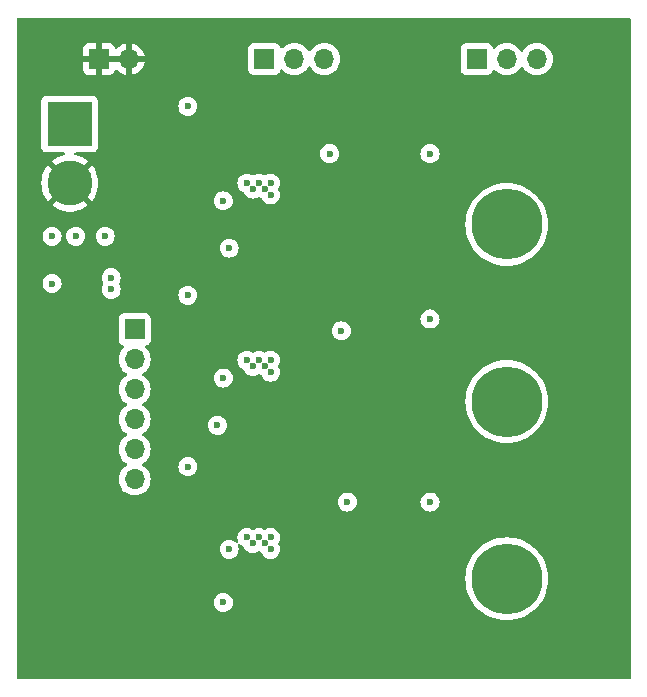
<source format=gbr>
%TF.GenerationSoftware,KiCad,Pcbnew,8.0.2*%
%TF.CreationDate,2024-06-01T20:14:58-04:00*%
%TF.ProjectId,small_compliant_drive,736d616c-6c5f-4636-9f6d-706c69616e74,rev?*%
%TF.SameCoordinates,Original*%
%TF.FileFunction,Copper,L2,Inr*%
%TF.FilePolarity,Positive*%
%FSLAX46Y46*%
G04 Gerber Fmt 4.6, Leading zero omitted, Abs format (unit mm)*
G04 Created by KiCad (PCBNEW 8.0.2) date 2024-06-01 20:14:58*
%MOMM*%
%LPD*%
G01*
G04 APERTURE LIST*
%TA.AperFunction,ComponentPad*%
%ADD10R,3.800000X3.800000*%
%TD*%
%TA.AperFunction,ComponentPad*%
%ADD11C,3.800000*%
%TD*%
%TA.AperFunction,ComponentPad*%
%ADD12C,6.000000*%
%TD*%
%TA.AperFunction,ComponentPad*%
%ADD13O,1.700000X1.700000*%
%TD*%
%TA.AperFunction,ComponentPad*%
%ADD14R,1.700000X1.700000*%
%TD*%
%TA.AperFunction,ViaPad*%
%ADD15C,0.600000*%
%TD*%
%TA.AperFunction,Conductor*%
%ADD16C,0.200000*%
%TD*%
G04 APERTURE END LIST*
D10*
%TO.N,Vbat*%
%TO.C,J4-Vbat*%
X155000000Y-46500000D03*
D11*
%TO.N,Common*%
X155000000Y-51500000D03*
%TD*%
D12*
%TO.N,VsensC*%
%TO.C,H3*%
X192000000Y-85000000D03*
%TD*%
%TO.N,VsensB*%
%TO.C,H2*%
X192000000Y-70000000D03*
%TD*%
%TO.N,VsensA*%
%TO.C,H1*%
X192000000Y-55000000D03*
%TD*%
D13*
%TO.N,Ic*%
%TO.C,J1*%
X176555000Y-40975000D03*
%TO.N,Ib*%
X174015000Y-40975000D03*
D14*
%TO.N,Ia*%
X171475000Y-40975000D03*
%TD*%
D13*
%TO.N,PHASE_C_LOW*%
%TO.C,J2*%
X160500000Y-76580000D03*
%TO.N,PHASE_C_HIGH*%
X160500000Y-74040000D03*
%TO.N,PHASE_B_LOW*%
X160500000Y-71500000D03*
%TO.N,PHASE_B_HIGH*%
X160500000Y-68960000D03*
%TO.N,PHASE_A_LOW*%
X160500000Y-66420000D03*
D14*
%TO.N,PHASE_A_HIGH*%
X160500000Y-63880000D03*
%TD*%
%TO.N,VsensA*%
%TO.C,J3*%
X189460000Y-41000000D03*
D13*
%TO.N,VsensB*%
X192000000Y-41000000D03*
%TO.N,VsensC*%
X194540000Y-41000000D03*
%TD*%
D14*
%TO.N,Common*%
%TO.C,J5*%
X157460000Y-41000000D03*
D13*
X160000000Y-41000000D03*
%TD*%
D15*
%TO.N,3.3V*%
X165000000Y-75500000D03*
X158500000Y-60500000D03*
X158500000Y-59500000D03*
X165000000Y-45000000D03*
X165000000Y-61000000D03*
%TO.N,Vbat*%
X158000000Y-56000000D03*
X155500000Y-56000000D03*
X153500000Y-56000000D03*
%TO.N,Common*%
X156500000Y-59000000D03*
X155500000Y-59000000D03*
X155500000Y-58000000D03*
X156500000Y-58000000D03*
%TO.N,Vref*%
X185500000Y-63000000D03*
X185500000Y-78500000D03*
X185500000Y-49000000D03*
%TO.N,Common*%
X188500000Y-46500000D03*
%TO.N,Vbat*%
X153500000Y-60000000D03*
%TO.N,PHASE_C_LOW*%
X168000000Y-87000000D03*
%TO.N,PHASE_C_HIGH*%
X168500000Y-82500000D03*
%TO.N,PHASE_B_LOW*%
X167500000Y-72000000D03*
%TO.N,PHASE_B_HIGH*%
X168000000Y-68000000D03*
%TO.N,Common*%
X171000000Y-88500000D03*
X170000000Y-88500000D03*
X171500000Y-88000000D03*
X170500000Y-88000000D03*
X172000000Y-87500000D03*
X172000000Y-88500000D03*
%TO.N,Vbat*%
X170000000Y-81500000D03*
X171000000Y-81500000D03*
X171500000Y-82000000D03*
X170500000Y-82000000D03*
X172000000Y-81500000D03*
X172000000Y-82500000D03*
%TO.N,Common*%
X172000000Y-72500000D03*
X172000000Y-73500000D03*
X171000000Y-73500000D03*
X170000000Y-73500000D03*
X170500000Y-73000000D03*
X171500000Y-73000000D03*
%TO.N,Vbat*%
X172000000Y-67500000D03*
X170500000Y-67000000D03*
X171500000Y-67000000D03*
X172000000Y-66500000D03*
X171000000Y-66500000D03*
X170000000Y-66500000D03*
%TO.N,Common*%
X170500000Y-58000000D03*
X171500000Y-58000000D03*
%TO.N,Vbat*%
X172000000Y-52500000D03*
X171500000Y-52000000D03*
X170500000Y-52000000D03*
%TO.N,Common*%
X172000000Y-57500000D03*
X172000000Y-58500000D03*
X171000000Y-58500000D03*
X170000000Y-58500000D03*
%TO.N,PHASE_A_LOW*%
X168500000Y-57000000D03*
%TO.N,Vbat*%
X170000000Y-51500000D03*
%TO.N,PHASE_A_HIGH*%
X168000000Y-53000000D03*
%TO.N,Vbat*%
X172000000Y-51500000D03*
X171000000Y-51500000D03*
%TO.N,Common*%
X180000000Y-77000000D03*
X180000000Y-62000000D03*
X180000000Y-47000000D03*
%TO.N,Ic*%
X178500000Y-78500000D03*
%TO.N,Ia*%
X177000000Y-49000000D03*
%TO.N,Ib*%
X178000000Y-64000000D03*
%TD*%
D16*
%TO.N,VsensA*%
X189460000Y-41000000D02*
X189500000Y-41000000D01*
%TD*%
%TA.AperFunction,Conductor*%
%TO.N,Common*%
G36*
X159534075Y-40807007D02*
G01*
X159500000Y-40934174D01*
X159500000Y-41065826D01*
X159534075Y-41192993D01*
X159566988Y-41250000D01*
X157893012Y-41250000D01*
X157925925Y-41192993D01*
X157960000Y-41065826D01*
X157960000Y-40934174D01*
X157925925Y-40807007D01*
X157893012Y-40750000D01*
X159566988Y-40750000D01*
X159534075Y-40807007D01*
G37*
%TD.AperFunction*%
%TA.AperFunction,Conductor*%
G36*
X202443039Y-37519685D02*
G01*
X202488794Y-37572489D01*
X202500000Y-37624000D01*
X202500000Y-93376000D01*
X202480315Y-93443039D01*
X202427511Y-93488794D01*
X202376000Y-93500000D01*
X150624000Y-93500000D01*
X150556961Y-93480315D01*
X150511206Y-93427511D01*
X150500000Y-93376000D01*
X150500000Y-86999996D01*
X167194435Y-86999996D01*
X167194435Y-87000003D01*
X167214630Y-87179249D01*
X167214631Y-87179254D01*
X167274211Y-87349523D01*
X167370184Y-87502262D01*
X167497738Y-87629816D01*
X167650478Y-87725789D01*
X167820745Y-87785368D01*
X167820750Y-87785369D01*
X167999996Y-87805565D01*
X168000000Y-87805565D01*
X168000004Y-87805565D01*
X168179249Y-87785369D01*
X168179252Y-87785368D01*
X168179255Y-87785368D01*
X168349522Y-87725789D01*
X168502262Y-87629816D01*
X168629816Y-87502262D01*
X168725789Y-87349522D01*
X168785368Y-87179255D01*
X168785369Y-87179249D01*
X168805565Y-87000003D01*
X168805565Y-86999996D01*
X168785369Y-86820750D01*
X168785368Y-86820745D01*
X168725788Y-86650476D01*
X168629815Y-86497737D01*
X168502262Y-86370184D01*
X168349523Y-86274211D01*
X168179254Y-86214631D01*
X168179249Y-86214630D01*
X168000004Y-86194435D01*
X167999996Y-86194435D01*
X167820750Y-86214630D01*
X167820745Y-86214631D01*
X167650476Y-86274211D01*
X167497737Y-86370184D01*
X167370184Y-86497737D01*
X167274211Y-86650476D01*
X167214631Y-86820745D01*
X167214630Y-86820750D01*
X167194435Y-86999996D01*
X150500000Y-86999996D01*
X150500000Y-84999999D01*
X188494696Y-84999999D01*
X188494696Y-85000000D01*
X188513898Y-85366405D01*
X188571294Y-85728788D01*
X188571294Y-85728790D01*
X188666260Y-86083206D01*
X188797746Y-86425739D01*
X188964320Y-86752656D01*
X189164147Y-87060364D01*
X189260423Y-87179255D01*
X189395051Y-87345506D01*
X189654494Y-87604949D01*
X189654498Y-87604952D01*
X189939635Y-87835852D01*
X190247343Y-88035679D01*
X190247348Y-88035682D01*
X190574264Y-88202255D01*
X190916801Y-88333742D01*
X191271206Y-88428705D01*
X191633596Y-88486102D01*
X191979734Y-88504241D01*
X191999999Y-88505304D01*
X192000000Y-88505304D01*
X192000001Y-88505304D01*
X192019203Y-88504297D01*
X192366404Y-88486102D01*
X192728794Y-88428705D01*
X193083199Y-88333742D01*
X193425736Y-88202255D01*
X193752652Y-88035682D01*
X194060366Y-87835851D01*
X194345506Y-87604949D01*
X194604949Y-87345506D01*
X194835851Y-87060366D01*
X195035682Y-86752652D01*
X195202255Y-86425736D01*
X195333742Y-86083199D01*
X195428705Y-85728794D01*
X195486102Y-85366404D01*
X195505304Y-85000000D01*
X195486102Y-84633596D01*
X195428705Y-84271206D01*
X195333742Y-83916801D01*
X195202255Y-83574264D01*
X195035682Y-83247348D01*
X195035679Y-83247343D01*
X194835852Y-82939635D01*
X194672683Y-82738139D01*
X194604949Y-82654494D01*
X194345506Y-82395051D01*
X194151736Y-82238139D01*
X194060364Y-82164147D01*
X193752656Y-81964320D01*
X193425739Y-81797746D01*
X193083206Y-81666260D01*
X193083199Y-81666258D01*
X192728794Y-81571295D01*
X192728790Y-81571294D01*
X192728789Y-81571294D01*
X192366405Y-81513898D01*
X192000001Y-81494696D01*
X191999999Y-81494696D01*
X191633594Y-81513898D01*
X191271211Y-81571294D01*
X191271209Y-81571294D01*
X190916793Y-81666260D01*
X190574260Y-81797746D01*
X190247343Y-81964320D01*
X189939635Y-82164147D01*
X189654498Y-82395047D01*
X189654490Y-82395054D01*
X189395054Y-82654490D01*
X189395047Y-82654498D01*
X189164147Y-82939635D01*
X188964320Y-83247343D01*
X188797746Y-83574260D01*
X188666260Y-83916793D01*
X188571294Y-84271209D01*
X188571294Y-84271211D01*
X188513898Y-84633594D01*
X188494696Y-84999999D01*
X150500000Y-84999999D01*
X150500000Y-82499996D01*
X167694435Y-82499996D01*
X167694435Y-82500003D01*
X167714630Y-82679249D01*
X167714631Y-82679254D01*
X167774211Y-82849523D01*
X167774212Y-82849524D01*
X167870184Y-83002262D01*
X167997738Y-83129816D01*
X168150478Y-83225789D01*
X168320745Y-83285368D01*
X168320750Y-83285369D01*
X168499996Y-83305565D01*
X168500000Y-83305565D01*
X168500004Y-83305565D01*
X168679249Y-83285369D01*
X168679252Y-83285368D01*
X168679255Y-83285368D01*
X168849522Y-83225789D01*
X169002262Y-83129816D01*
X169129816Y-83002262D01*
X169225789Y-82849522D01*
X169285368Y-82679255D01*
X169286108Y-82672691D01*
X169305565Y-82500003D01*
X169305565Y-82499996D01*
X169285369Y-82320750D01*
X169285368Y-82320745D01*
X169247722Y-82213159D01*
X169244161Y-82143380D01*
X169278890Y-82082752D01*
X169340883Y-82050525D01*
X169410458Y-82056930D01*
X169452445Y-82084523D01*
X169497738Y-82129816D01*
X169552379Y-82164149D01*
X169650479Y-82225790D01*
X169685772Y-82238139D01*
X169742549Y-82278860D01*
X169761860Y-82314225D01*
X169774211Y-82349523D01*
X169774212Y-82349524D01*
X169870184Y-82502262D01*
X169997738Y-82629816D01*
X170150478Y-82725789D01*
X170302146Y-82778860D01*
X170320745Y-82785368D01*
X170320750Y-82785369D01*
X170499996Y-82805565D01*
X170500000Y-82805565D01*
X170500004Y-82805565D01*
X170679249Y-82785369D01*
X170679252Y-82785368D01*
X170679255Y-82785368D01*
X170849522Y-82725789D01*
X170923581Y-82679255D01*
X170934027Y-82672691D01*
X171001264Y-82653690D01*
X171065973Y-82672691D01*
X171150477Y-82725789D01*
X171185772Y-82738139D01*
X171242549Y-82778860D01*
X171261860Y-82814225D01*
X171274211Y-82849523D01*
X171274212Y-82849524D01*
X171370184Y-83002262D01*
X171497738Y-83129816D01*
X171650478Y-83225789D01*
X171820745Y-83285368D01*
X171820750Y-83285369D01*
X171999996Y-83305565D01*
X172000000Y-83305565D01*
X172000004Y-83305565D01*
X172179249Y-83285369D01*
X172179252Y-83285368D01*
X172179255Y-83285368D01*
X172349522Y-83225789D01*
X172502262Y-83129816D01*
X172629816Y-83002262D01*
X172725789Y-82849522D01*
X172785368Y-82679255D01*
X172786108Y-82672691D01*
X172805565Y-82500003D01*
X172805565Y-82499996D01*
X172785369Y-82320750D01*
X172785368Y-82320745D01*
X172725788Y-82150475D01*
X172672691Y-82065973D01*
X172653690Y-81998736D01*
X172672691Y-81934027D01*
X172725788Y-81849524D01*
X172743906Y-81797746D01*
X172785368Y-81679255D01*
X172786832Y-81666260D01*
X172805565Y-81500003D01*
X172805565Y-81499996D01*
X172785369Y-81320750D01*
X172785368Y-81320745D01*
X172725788Y-81150476D01*
X172629815Y-80997737D01*
X172502262Y-80870184D01*
X172349523Y-80774211D01*
X172179254Y-80714631D01*
X172179249Y-80714630D01*
X172000004Y-80694435D01*
X171999996Y-80694435D01*
X171820750Y-80714630D01*
X171820737Y-80714633D01*
X171650479Y-80774209D01*
X171565971Y-80827309D01*
X171498734Y-80846309D01*
X171434029Y-80827309D01*
X171349520Y-80774209D01*
X171179262Y-80714633D01*
X171179249Y-80714630D01*
X171000004Y-80694435D01*
X170999996Y-80694435D01*
X170820750Y-80714630D01*
X170820737Y-80714633D01*
X170650479Y-80774209D01*
X170565971Y-80827309D01*
X170498734Y-80846309D01*
X170434029Y-80827309D01*
X170349520Y-80774209D01*
X170179262Y-80714633D01*
X170179249Y-80714630D01*
X170000004Y-80694435D01*
X169999996Y-80694435D01*
X169820750Y-80714630D01*
X169820745Y-80714631D01*
X169650476Y-80774211D01*
X169497737Y-80870184D01*
X169370184Y-80997737D01*
X169274211Y-81150476D01*
X169214631Y-81320745D01*
X169214630Y-81320750D01*
X169194435Y-81499996D01*
X169194435Y-81500003D01*
X169214630Y-81679249D01*
X169214632Y-81679257D01*
X169252277Y-81786841D01*
X169255838Y-81856620D01*
X169221109Y-81917247D01*
X169159115Y-81949474D01*
X169089540Y-81943068D01*
X169047554Y-81915476D01*
X169002262Y-81870184D01*
X168849523Y-81774211D01*
X168679254Y-81714631D01*
X168679249Y-81714630D01*
X168500004Y-81694435D01*
X168499996Y-81694435D01*
X168320750Y-81714630D01*
X168320745Y-81714631D01*
X168150476Y-81774211D01*
X167997737Y-81870184D01*
X167870184Y-81997737D01*
X167774211Y-82150476D01*
X167714631Y-82320745D01*
X167714630Y-82320750D01*
X167694435Y-82499996D01*
X150500000Y-82499996D01*
X150500000Y-78499996D01*
X177694435Y-78499996D01*
X177694435Y-78500003D01*
X177714630Y-78679249D01*
X177714631Y-78679254D01*
X177774211Y-78849523D01*
X177870184Y-79002262D01*
X177997738Y-79129816D01*
X178150478Y-79225789D01*
X178320745Y-79285368D01*
X178320750Y-79285369D01*
X178499996Y-79305565D01*
X178500000Y-79305565D01*
X178500004Y-79305565D01*
X178679249Y-79285369D01*
X178679252Y-79285368D01*
X178679255Y-79285368D01*
X178849522Y-79225789D01*
X179002262Y-79129816D01*
X179129816Y-79002262D01*
X179225789Y-78849522D01*
X179285368Y-78679255D01*
X179305565Y-78500000D01*
X179305565Y-78499996D01*
X184694435Y-78499996D01*
X184694435Y-78500003D01*
X184714630Y-78679249D01*
X184714631Y-78679254D01*
X184774211Y-78849523D01*
X184870184Y-79002262D01*
X184997738Y-79129816D01*
X185150478Y-79225789D01*
X185320745Y-79285368D01*
X185320750Y-79285369D01*
X185499996Y-79305565D01*
X185500000Y-79305565D01*
X185500004Y-79305565D01*
X185679249Y-79285369D01*
X185679252Y-79285368D01*
X185679255Y-79285368D01*
X185849522Y-79225789D01*
X186002262Y-79129816D01*
X186129816Y-79002262D01*
X186225789Y-78849522D01*
X186285368Y-78679255D01*
X186305565Y-78500000D01*
X186285368Y-78320745D01*
X186225789Y-78150478D01*
X186129816Y-77997738D01*
X186002262Y-77870184D01*
X185976348Y-77853901D01*
X185849523Y-77774211D01*
X185679254Y-77714631D01*
X185679249Y-77714630D01*
X185500004Y-77694435D01*
X185499996Y-77694435D01*
X185320750Y-77714630D01*
X185320745Y-77714631D01*
X185150476Y-77774211D01*
X184997737Y-77870184D01*
X184870184Y-77997737D01*
X184774211Y-78150476D01*
X184714631Y-78320745D01*
X184714630Y-78320750D01*
X184694435Y-78499996D01*
X179305565Y-78499996D01*
X179285368Y-78320745D01*
X179225789Y-78150478D01*
X179129816Y-77997738D01*
X179002262Y-77870184D01*
X178976348Y-77853901D01*
X178849523Y-77774211D01*
X178679254Y-77714631D01*
X178679249Y-77714630D01*
X178500004Y-77694435D01*
X178499996Y-77694435D01*
X178320750Y-77714630D01*
X178320745Y-77714631D01*
X178150476Y-77774211D01*
X177997737Y-77870184D01*
X177870184Y-77997737D01*
X177774211Y-78150476D01*
X177714631Y-78320745D01*
X177714630Y-78320750D01*
X177694435Y-78499996D01*
X150500000Y-78499996D01*
X150500000Y-66419999D01*
X159144341Y-66419999D01*
X159144341Y-66420000D01*
X159164936Y-66655403D01*
X159164938Y-66655413D01*
X159226094Y-66883655D01*
X159226096Y-66883659D01*
X159226097Y-66883663D01*
X159263707Y-66964318D01*
X159325965Y-67097830D01*
X159325967Y-67097834D01*
X159434281Y-67252521D01*
X159449468Y-67274211D01*
X159461501Y-67291395D01*
X159461506Y-67291402D01*
X159628597Y-67458493D01*
X159628603Y-67458498D01*
X159814158Y-67588425D01*
X159857783Y-67643002D01*
X159864977Y-67712500D01*
X159833454Y-67774855D01*
X159814158Y-67791575D01*
X159628597Y-67921505D01*
X159461505Y-68088597D01*
X159325965Y-68282169D01*
X159325964Y-68282171D01*
X159226098Y-68496335D01*
X159226094Y-68496344D01*
X159164938Y-68724586D01*
X159164936Y-68724596D01*
X159144341Y-68959999D01*
X159144341Y-68960000D01*
X159164936Y-69195403D01*
X159164938Y-69195413D01*
X159226094Y-69423655D01*
X159226096Y-69423659D01*
X159226097Y-69423663D01*
X159323990Y-69633594D01*
X159325965Y-69637830D01*
X159325967Y-69637834D01*
X159461501Y-69831395D01*
X159461506Y-69831402D01*
X159628597Y-69998493D01*
X159628603Y-69998498D01*
X159814158Y-70128425D01*
X159857783Y-70183002D01*
X159864977Y-70252500D01*
X159833454Y-70314855D01*
X159814158Y-70331575D01*
X159628597Y-70461505D01*
X159461505Y-70628597D01*
X159325965Y-70822169D01*
X159325964Y-70822171D01*
X159226098Y-71036335D01*
X159226094Y-71036344D01*
X159164938Y-71264586D01*
X159164936Y-71264596D01*
X159144341Y-71499999D01*
X159144341Y-71500000D01*
X159164936Y-71735403D01*
X159164938Y-71735413D01*
X159226094Y-71963655D01*
X159226096Y-71963659D01*
X159226097Y-71963663D01*
X159325965Y-72177830D01*
X159325967Y-72177834D01*
X159461501Y-72371395D01*
X159461506Y-72371402D01*
X159628597Y-72538493D01*
X159628603Y-72538498D01*
X159814158Y-72668425D01*
X159857783Y-72723002D01*
X159864977Y-72792500D01*
X159833454Y-72854855D01*
X159814158Y-72871575D01*
X159628597Y-73001505D01*
X159461505Y-73168597D01*
X159325965Y-73362169D01*
X159325964Y-73362171D01*
X159226098Y-73576335D01*
X159226094Y-73576344D01*
X159164938Y-73804586D01*
X159164936Y-73804596D01*
X159144341Y-74039999D01*
X159144341Y-74040000D01*
X159164936Y-74275403D01*
X159164938Y-74275413D01*
X159226094Y-74503655D01*
X159226096Y-74503659D01*
X159226097Y-74503663D01*
X159315056Y-74694435D01*
X159325965Y-74717830D01*
X159325967Y-74717834D01*
X159461501Y-74911395D01*
X159461506Y-74911402D01*
X159628597Y-75078493D01*
X159628603Y-75078498D01*
X159814158Y-75208425D01*
X159857783Y-75263002D01*
X159864977Y-75332500D01*
X159833454Y-75394855D01*
X159814158Y-75411575D01*
X159628597Y-75541505D01*
X159461505Y-75708597D01*
X159325965Y-75902169D01*
X159325964Y-75902171D01*
X159226098Y-76116335D01*
X159226094Y-76116344D01*
X159164938Y-76344586D01*
X159164936Y-76344596D01*
X159144341Y-76579999D01*
X159144341Y-76580000D01*
X159164936Y-76815403D01*
X159164938Y-76815413D01*
X159226094Y-77043655D01*
X159226096Y-77043659D01*
X159226097Y-77043663D01*
X159325965Y-77257830D01*
X159325967Y-77257834D01*
X159434281Y-77412521D01*
X159461505Y-77451401D01*
X159628599Y-77618495D01*
X159725384Y-77686265D01*
X159822165Y-77754032D01*
X159822167Y-77754033D01*
X159822170Y-77754035D01*
X160036337Y-77853903D01*
X160264592Y-77915063D01*
X160452918Y-77931539D01*
X160499999Y-77935659D01*
X160500000Y-77935659D01*
X160500001Y-77935659D01*
X160539234Y-77932226D01*
X160735408Y-77915063D01*
X160963663Y-77853903D01*
X161177830Y-77754035D01*
X161371401Y-77618495D01*
X161538495Y-77451401D01*
X161674035Y-77257830D01*
X161773903Y-77043663D01*
X161835063Y-76815408D01*
X161855659Y-76580000D01*
X161835063Y-76344592D01*
X161773903Y-76116337D01*
X161674035Y-75902171D01*
X161538495Y-75708599D01*
X161538494Y-75708597D01*
X161371402Y-75541506D01*
X161371396Y-75541501D01*
X161312121Y-75499996D01*
X164194435Y-75499996D01*
X164194435Y-75500003D01*
X164214630Y-75679249D01*
X164214631Y-75679254D01*
X164274211Y-75849523D01*
X164370184Y-76002262D01*
X164497738Y-76129816D01*
X164650478Y-76225789D01*
X164820745Y-76285368D01*
X164820750Y-76285369D01*
X164999996Y-76305565D01*
X165000000Y-76305565D01*
X165000004Y-76305565D01*
X165179249Y-76285369D01*
X165179252Y-76285368D01*
X165179255Y-76285368D01*
X165349522Y-76225789D01*
X165502262Y-76129816D01*
X165629816Y-76002262D01*
X165725789Y-75849522D01*
X165785368Y-75679255D01*
X165785369Y-75679249D01*
X165805565Y-75500003D01*
X165805565Y-75499996D01*
X165785369Y-75320750D01*
X165785368Y-75320745D01*
X165751916Y-75225145D01*
X165725789Y-75150478D01*
X165629816Y-74997738D01*
X165502262Y-74870184D01*
X165349523Y-74774211D01*
X165179254Y-74714631D01*
X165179249Y-74714630D01*
X165000004Y-74694435D01*
X164999996Y-74694435D01*
X164820750Y-74714630D01*
X164820745Y-74714631D01*
X164650476Y-74774211D01*
X164497737Y-74870184D01*
X164370184Y-74997737D01*
X164274211Y-75150476D01*
X164214631Y-75320745D01*
X164214630Y-75320750D01*
X164194435Y-75499996D01*
X161312121Y-75499996D01*
X161185842Y-75411575D01*
X161142217Y-75356998D01*
X161135023Y-75287500D01*
X161166546Y-75225145D01*
X161185842Y-75208425D01*
X161208026Y-75192891D01*
X161371401Y-75078495D01*
X161538495Y-74911401D01*
X161674035Y-74717830D01*
X161773903Y-74503663D01*
X161835063Y-74275408D01*
X161855659Y-74040000D01*
X161835063Y-73804592D01*
X161773903Y-73576337D01*
X161674035Y-73362171D01*
X161538495Y-73168599D01*
X161538494Y-73168597D01*
X161371402Y-73001506D01*
X161371396Y-73001501D01*
X161185842Y-72871575D01*
X161142217Y-72816998D01*
X161135023Y-72747500D01*
X161166546Y-72685145D01*
X161185842Y-72668425D01*
X161240983Y-72629815D01*
X161371401Y-72538495D01*
X161538495Y-72371401D01*
X161674035Y-72177830D01*
X161756961Y-71999996D01*
X166694435Y-71999996D01*
X166694435Y-72000003D01*
X166714630Y-72179249D01*
X166714631Y-72179254D01*
X166774211Y-72349523D01*
X166787959Y-72371402D01*
X166870184Y-72502262D01*
X166997738Y-72629816D01*
X167059184Y-72668425D01*
X167146042Y-72723002D01*
X167150478Y-72725789D01*
X167276826Y-72770000D01*
X167320745Y-72785368D01*
X167320750Y-72785369D01*
X167499996Y-72805565D01*
X167500000Y-72805565D01*
X167500004Y-72805565D01*
X167679249Y-72785369D01*
X167679252Y-72785368D01*
X167679255Y-72785368D01*
X167849522Y-72725789D01*
X168002262Y-72629816D01*
X168129816Y-72502262D01*
X168225789Y-72349522D01*
X168285368Y-72179255D01*
X168285529Y-72177830D01*
X168305565Y-72000003D01*
X168305565Y-71999996D01*
X168285369Y-71820750D01*
X168285368Y-71820745D01*
X168255507Y-71735408D01*
X168225789Y-71650478D01*
X168129816Y-71497738D01*
X168002262Y-71370184D01*
X167849523Y-71274211D01*
X167679254Y-71214631D01*
X167679249Y-71214630D01*
X167500004Y-71194435D01*
X167499996Y-71194435D01*
X167320750Y-71214630D01*
X167320745Y-71214631D01*
X167150476Y-71274211D01*
X166997737Y-71370184D01*
X166870184Y-71497737D01*
X166774211Y-71650476D01*
X166714631Y-71820745D01*
X166714630Y-71820750D01*
X166694435Y-71999996D01*
X161756961Y-71999996D01*
X161773903Y-71963663D01*
X161835063Y-71735408D01*
X161855659Y-71500000D01*
X161835063Y-71264592D01*
X161786461Y-71083206D01*
X161773905Y-71036344D01*
X161773904Y-71036343D01*
X161773903Y-71036337D01*
X161674035Y-70822171D01*
X161608650Y-70728790D01*
X161538494Y-70628597D01*
X161371402Y-70461506D01*
X161371396Y-70461501D01*
X161185842Y-70331575D01*
X161142217Y-70276998D01*
X161135023Y-70207500D01*
X161166546Y-70145145D01*
X161185842Y-70128425D01*
X161208026Y-70112891D01*
X161369253Y-69999999D01*
X188494696Y-69999999D01*
X188494696Y-70000000D01*
X188513898Y-70366405D01*
X188528961Y-70461506D01*
X188571295Y-70728794D01*
X188596315Y-70822171D01*
X188666260Y-71083206D01*
X188797746Y-71425739D01*
X188964320Y-71752656D01*
X189164147Y-72060364D01*
X189260423Y-72179255D01*
X189395051Y-72345506D01*
X189654494Y-72604949D01*
X189654498Y-72604952D01*
X189939635Y-72835852D01*
X190194721Y-73001506D01*
X190247348Y-73035682D01*
X190574264Y-73202255D01*
X190916801Y-73333742D01*
X191271206Y-73428705D01*
X191633596Y-73486102D01*
X191979734Y-73504241D01*
X191999999Y-73505304D01*
X192000000Y-73505304D01*
X192000001Y-73505304D01*
X192019203Y-73504297D01*
X192366404Y-73486102D01*
X192728794Y-73428705D01*
X193083199Y-73333742D01*
X193425736Y-73202255D01*
X193752652Y-73035682D01*
X194060366Y-72835851D01*
X194345506Y-72604949D01*
X194604949Y-72345506D01*
X194835851Y-72060366D01*
X195035682Y-71752652D01*
X195202255Y-71425736D01*
X195333742Y-71083199D01*
X195428705Y-70728794D01*
X195486102Y-70366404D01*
X195505304Y-70000000D01*
X195486102Y-69633596D01*
X195428705Y-69271206D01*
X195333742Y-68916801D01*
X195202255Y-68574264D01*
X195035682Y-68247348D01*
X195035679Y-68247343D01*
X194835852Y-67939635D01*
X194671759Y-67736998D01*
X194604949Y-67654494D01*
X194345506Y-67395051D01*
X194151736Y-67238139D01*
X194060364Y-67164147D01*
X193752656Y-66964320D01*
X193425739Y-66797746D01*
X193083206Y-66666260D01*
X193042706Y-66655408D01*
X192728794Y-66571295D01*
X192728790Y-66571294D01*
X192728789Y-66571294D01*
X192366405Y-66513898D01*
X192000001Y-66494696D01*
X191999999Y-66494696D01*
X191633594Y-66513898D01*
X191271211Y-66571294D01*
X191271209Y-66571294D01*
X190916793Y-66666260D01*
X190574260Y-66797746D01*
X190247343Y-66964320D01*
X189939635Y-67164147D01*
X189654498Y-67395047D01*
X189654490Y-67395054D01*
X189395054Y-67654490D01*
X189395047Y-67654498D01*
X189164147Y-67939635D01*
X188964320Y-68247343D01*
X188797746Y-68574260D01*
X188666260Y-68916793D01*
X188571294Y-69271209D01*
X188571294Y-69271211D01*
X188513898Y-69633594D01*
X188494696Y-69999999D01*
X161369253Y-69999999D01*
X161371401Y-69998495D01*
X161538495Y-69831401D01*
X161674035Y-69637830D01*
X161773903Y-69423663D01*
X161835063Y-69195408D01*
X161855659Y-68960000D01*
X161835063Y-68724592D01*
X161773903Y-68496337D01*
X161674035Y-68282171D01*
X161649649Y-68247343D01*
X161538494Y-68088597D01*
X161449892Y-67999996D01*
X167194435Y-67999996D01*
X167194435Y-68000003D01*
X167214630Y-68179249D01*
X167214631Y-68179254D01*
X167274211Y-68349523D01*
X167366460Y-68496335D01*
X167370184Y-68502262D01*
X167497738Y-68629816D01*
X167650478Y-68725789D01*
X167820745Y-68785368D01*
X167820750Y-68785369D01*
X167999996Y-68805565D01*
X168000000Y-68805565D01*
X168000004Y-68805565D01*
X168179249Y-68785369D01*
X168179252Y-68785368D01*
X168179255Y-68785368D01*
X168349522Y-68725789D01*
X168502262Y-68629816D01*
X168629816Y-68502262D01*
X168725789Y-68349522D01*
X168785368Y-68179255D01*
X168785369Y-68179249D01*
X168805565Y-68000003D01*
X168805565Y-67999996D01*
X168785369Y-67820750D01*
X168785368Y-67820745D01*
X168739618Y-67690000D01*
X168725789Y-67650478D01*
X168690323Y-67594035D01*
X168686582Y-67588080D01*
X168629816Y-67497738D01*
X168502262Y-67370184D01*
X168469379Y-67349522D01*
X168349523Y-67274211D01*
X168179254Y-67214631D01*
X168179249Y-67214630D01*
X168000004Y-67194435D01*
X167999996Y-67194435D01*
X167820750Y-67214630D01*
X167820745Y-67214631D01*
X167650476Y-67274211D01*
X167497737Y-67370184D01*
X167370184Y-67497737D01*
X167274211Y-67650476D01*
X167214631Y-67820745D01*
X167214630Y-67820750D01*
X167194435Y-67999996D01*
X161449892Y-67999996D01*
X161371402Y-67921506D01*
X161371396Y-67921501D01*
X161185842Y-67791575D01*
X161142217Y-67736998D01*
X161135023Y-67667500D01*
X161166546Y-67605145D01*
X161185842Y-67588425D01*
X161312121Y-67500003D01*
X161371401Y-67458495D01*
X161538495Y-67291401D01*
X161674035Y-67097830D01*
X161773903Y-66883663D01*
X161835063Y-66655408D01*
X161848660Y-66499996D01*
X169194435Y-66499996D01*
X169194435Y-66500003D01*
X169214630Y-66679249D01*
X169214631Y-66679254D01*
X169274211Y-66849523D01*
X169327309Y-66934027D01*
X169370184Y-67002262D01*
X169497738Y-67129816D01*
X169552379Y-67164149D01*
X169650479Y-67225790D01*
X169685772Y-67238139D01*
X169742549Y-67278860D01*
X169761860Y-67314225D01*
X169774211Y-67349523D01*
X169774212Y-67349524D01*
X169870184Y-67502262D01*
X169997738Y-67629816D01*
X170037013Y-67654494D01*
X170129328Y-67712500D01*
X170150478Y-67725789D01*
X170290701Y-67774855D01*
X170320745Y-67785368D01*
X170320750Y-67785369D01*
X170499996Y-67805565D01*
X170500000Y-67805565D01*
X170500004Y-67805565D01*
X170679249Y-67785369D01*
X170679252Y-67785368D01*
X170679255Y-67785368D01*
X170849522Y-67725789D01*
X170870672Y-67712500D01*
X170934027Y-67672691D01*
X171001264Y-67653690D01*
X171065973Y-67672691D01*
X171150477Y-67725789D01*
X171185772Y-67738139D01*
X171242549Y-67778860D01*
X171261860Y-67814225D01*
X171274211Y-67849523D01*
X171274212Y-67849524D01*
X171330832Y-67939634D01*
X171370184Y-68002262D01*
X171497738Y-68129816D01*
X171650478Y-68225789D01*
X171820745Y-68285368D01*
X171820750Y-68285369D01*
X171999996Y-68305565D01*
X172000000Y-68305565D01*
X172000004Y-68305565D01*
X172179249Y-68285369D01*
X172179252Y-68285368D01*
X172179255Y-68285368D01*
X172349522Y-68225789D01*
X172502262Y-68129816D01*
X172629816Y-68002262D01*
X172725789Y-67849522D01*
X172785368Y-67679255D01*
X172786108Y-67672691D01*
X172805565Y-67500003D01*
X172805565Y-67499996D01*
X172785369Y-67320750D01*
X172785368Y-67320745D01*
X172725788Y-67150475D01*
X172672691Y-67065973D01*
X172653690Y-66998736D01*
X172672691Y-66934027D01*
X172725788Y-66849524D01*
X172743906Y-66797746D01*
X172785368Y-66679255D01*
X172786832Y-66666260D01*
X172805565Y-66500003D01*
X172805565Y-66499996D01*
X172785369Y-66320750D01*
X172785368Y-66320745D01*
X172725788Y-66150476D01*
X172629815Y-65997737D01*
X172502262Y-65870184D01*
X172349523Y-65774211D01*
X172179254Y-65714631D01*
X172179249Y-65714630D01*
X172000004Y-65694435D01*
X171999996Y-65694435D01*
X171820750Y-65714630D01*
X171820737Y-65714633D01*
X171650479Y-65774209D01*
X171565971Y-65827309D01*
X171498734Y-65846309D01*
X171434029Y-65827309D01*
X171349520Y-65774209D01*
X171179262Y-65714633D01*
X171179249Y-65714630D01*
X171000004Y-65694435D01*
X170999996Y-65694435D01*
X170820750Y-65714630D01*
X170820737Y-65714633D01*
X170650479Y-65774209D01*
X170565971Y-65827309D01*
X170498734Y-65846309D01*
X170434029Y-65827309D01*
X170349520Y-65774209D01*
X170179262Y-65714633D01*
X170179249Y-65714630D01*
X170000004Y-65694435D01*
X169999996Y-65694435D01*
X169820750Y-65714630D01*
X169820745Y-65714631D01*
X169650476Y-65774211D01*
X169497737Y-65870184D01*
X169370184Y-65997737D01*
X169274211Y-66150476D01*
X169214631Y-66320745D01*
X169214630Y-66320750D01*
X169194435Y-66499996D01*
X161848660Y-66499996D01*
X161855659Y-66420000D01*
X161835063Y-66184592D01*
X161773903Y-65956337D01*
X161674035Y-65742171D01*
X161654751Y-65714631D01*
X161538496Y-65548600D01*
X161538495Y-65548599D01*
X161416567Y-65426671D01*
X161383084Y-65365351D01*
X161388068Y-65295659D01*
X161429939Y-65239725D01*
X161460915Y-65222810D01*
X161592331Y-65173796D01*
X161707546Y-65087546D01*
X161793796Y-64972331D01*
X161844091Y-64837483D01*
X161850500Y-64777873D01*
X161850500Y-63999996D01*
X177194435Y-63999996D01*
X177194435Y-64000003D01*
X177214630Y-64179249D01*
X177214631Y-64179254D01*
X177274211Y-64349523D01*
X177370184Y-64502262D01*
X177497738Y-64629816D01*
X177650478Y-64725789D01*
X177799300Y-64777864D01*
X177820745Y-64785368D01*
X177820750Y-64785369D01*
X177999996Y-64805565D01*
X178000000Y-64805565D01*
X178000004Y-64805565D01*
X178179249Y-64785369D01*
X178179252Y-64785368D01*
X178179255Y-64785368D01*
X178349522Y-64725789D01*
X178502262Y-64629816D01*
X178629816Y-64502262D01*
X178725789Y-64349522D01*
X178785368Y-64179255D01*
X178805565Y-64000000D01*
X178785368Y-63820745D01*
X178725789Y-63650478D01*
X178629816Y-63497738D01*
X178502262Y-63370184D01*
X178469379Y-63349522D01*
X178349523Y-63274211D01*
X178179254Y-63214631D01*
X178179249Y-63214630D01*
X178000004Y-63194435D01*
X177999996Y-63194435D01*
X177820750Y-63214630D01*
X177820745Y-63214631D01*
X177650476Y-63274211D01*
X177497737Y-63370184D01*
X177370184Y-63497737D01*
X177274211Y-63650476D01*
X177214631Y-63820745D01*
X177214630Y-63820750D01*
X177194435Y-63999996D01*
X161850500Y-63999996D01*
X161850499Y-62999996D01*
X184694435Y-62999996D01*
X184694435Y-63000003D01*
X184714630Y-63179249D01*
X184714631Y-63179254D01*
X184774211Y-63349523D01*
X184867341Y-63497737D01*
X184870184Y-63502262D01*
X184997738Y-63629816D01*
X185150478Y-63725789D01*
X185320745Y-63785368D01*
X185320750Y-63785369D01*
X185499996Y-63805565D01*
X185500000Y-63805565D01*
X185500004Y-63805565D01*
X185679249Y-63785369D01*
X185679252Y-63785368D01*
X185679255Y-63785368D01*
X185849522Y-63725789D01*
X186002262Y-63629816D01*
X186129816Y-63502262D01*
X186225789Y-63349522D01*
X186285368Y-63179255D01*
X186305565Y-63000000D01*
X186303552Y-62982135D01*
X186285369Y-62820750D01*
X186285368Y-62820745D01*
X186233479Y-62672455D01*
X186225789Y-62650478D01*
X186129816Y-62497738D01*
X186002262Y-62370184D01*
X185849523Y-62274211D01*
X185679254Y-62214631D01*
X185679249Y-62214630D01*
X185500004Y-62194435D01*
X185499996Y-62194435D01*
X185320750Y-62214630D01*
X185320745Y-62214631D01*
X185150476Y-62274211D01*
X184997737Y-62370184D01*
X184870184Y-62497737D01*
X184774211Y-62650476D01*
X184714631Y-62820745D01*
X184714630Y-62820750D01*
X184694435Y-62999996D01*
X161850499Y-62999996D01*
X161850499Y-62982128D01*
X161844091Y-62922517D01*
X161806134Y-62820750D01*
X161793797Y-62787671D01*
X161793793Y-62787664D01*
X161707547Y-62672455D01*
X161707544Y-62672452D01*
X161592335Y-62586206D01*
X161592328Y-62586202D01*
X161457482Y-62535908D01*
X161457483Y-62535908D01*
X161397883Y-62529501D01*
X161397881Y-62529500D01*
X161397873Y-62529500D01*
X161397864Y-62529500D01*
X159602129Y-62529500D01*
X159602123Y-62529501D01*
X159542516Y-62535908D01*
X159407671Y-62586202D01*
X159407664Y-62586206D01*
X159292455Y-62672452D01*
X159292452Y-62672455D01*
X159206206Y-62787664D01*
X159206202Y-62787671D01*
X159155908Y-62922517D01*
X159149501Y-62982116D01*
X159149501Y-62982123D01*
X159149500Y-62982135D01*
X159149500Y-64777870D01*
X159149501Y-64777876D01*
X159155908Y-64837483D01*
X159206202Y-64972328D01*
X159206206Y-64972335D01*
X159292452Y-65087544D01*
X159292455Y-65087547D01*
X159407664Y-65173793D01*
X159407671Y-65173797D01*
X159539081Y-65222810D01*
X159595015Y-65264681D01*
X159619432Y-65330145D01*
X159604580Y-65398418D01*
X159583430Y-65426673D01*
X159461503Y-65548600D01*
X159325965Y-65742169D01*
X159325964Y-65742171D01*
X159226098Y-65956335D01*
X159226094Y-65956344D01*
X159164938Y-66184586D01*
X159164936Y-66184596D01*
X159144341Y-66419999D01*
X150500000Y-66419999D01*
X150500000Y-59999996D01*
X152694435Y-59999996D01*
X152694435Y-60000003D01*
X152714630Y-60179249D01*
X152714631Y-60179254D01*
X152774211Y-60349523D01*
X152867341Y-60497737D01*
X152870184Y-60502262D01*
X152997738Y-60629816D01*
X153150478Y-60725789D01*
X153320745Y-60785368D01*
X153320750Y-60785369D01*
X153499996Y-60805565D01*
X153500000Y-60805565D01*
X153500004Y-60805565D01*
X153679249Y-60785369D01*
X153679252Y-60785368D01*
X153679255Y-60785368D01*
X153849522Y-60725789D01*
X154002262Y-60629816D01*
X154129816Y-60502262D01*
X154225789Y-60349522D01*
X154285368Y-60179255D01*
X154285369Y-60179249D01*
X154305565Y-60000003D01*
X154305565Y-59999996D01*
X154285369Y-59820750D01*
X154285368Y-59820745D01*
X154235861Y-59679262D01*
X154225789Y-59650478D01*
X154131235Y-59499996D01*
X157694435Y-59499996D01*
X157694435Y-59500003D01*
X157714630Y-59679249D01*
X157714633Y-59679262D01*
X157774209Y-59849520D01*
X157827309Y-59934029D01*
X157846309Y-60001266D01*
X157827309Y-60065971D01*
X157774209Y-60150479D01*
X157714633Y-60320737D01*
X157714630Y-60320750D01*
X157694435Y-60499996D01*
X157694435Y-60500003D01*
X157714630Y-60679249D01*
X157714631Y-60679254D01*
X157774211Y-60849523D01*
X157868760Y-60999996D01*
X157870184Y-61002262D01*
X157997738Y-61129816D01*
X158150478Y-61225789D01*
X158320745Y-61285368D01*
X158320750Y-61285369D01*
X158499996Y-61305565D01*
X158500000Y-61305565D01*
X158500004Y-61305565D01*
X158679249Y-61285369D01*
X158679252Y-61285368D01*
X158679255Y-61285368D01*
X158849522Y-61225789D01*
X159002262Y-61129816D01*
X159129816Y-61002262D01*
X159131240Y-60999996D01*
X164194435Y-60999996D01*
X164194435Y-61000003D01*
X164214630Y-61179249D01*
X164214631Y-61179254D01*
X164274211Y-61349523D01*
X164370184Y-61502262D01*
X164497738Y-61629816D01*
X164650478Y-61725789D01*
X164820745Y-61785368D01*
X164820750Y-61785369D01*
X164999996Y-61805565D01*
X165000000Y-61805565D01*
X165000004Y-61805565D01*
X165179249Y-61785369D01*
X165179252Y-61785368D01*
X165179255Y-61785368D01*
X165349522Y-61725789D01*
X165502262Y-61629816D01*
X165629816Y-61502262D01*
X165725789Y-61349522D01*
X165785368Y-61179255D01*
X165785369Y-61179249D01*
X165805565Y-61000003D01*
X165805565Y-60999996D01*
X165785369Y-60820750D01*
X165785368Y-60820745D01*
X165752141Y-60725788D01*
X165725789Y-60650478D01*
X165629816Y-60497738D01*
X165502262Y-60370184D01*
X165469379Y-60349522D01*
X165349523Y-60274211D01*
X165179254Y-60214631D01*
X165179249Y-60214630D01*
X165000004Y-60194435D01*
X164999996Y-60194435D01*
X164820750Y-60214630D01*
X164820745Y-60214631D01*
X164650476Y-60274211D01*
X164497737Y-60370184D01*
X164370184Y-60497737D01*
X164274211Y-60650476D01*
X164214631Y-60820745D01*
X164214630Y-60820750D01*
X164194435Y-60999996D01*
X159131240Y-60999996D01*
X159225789Y-60849522D01*
X159285368Y-60679255D01*
X159285369Y-60679249D01*
X159305565Y-60500003D01*
X159305565Y-60499996D01*
X159285369Y-60320750D01*
X159285368Y-60320745D01*
X159225788Y-60150475D01*
X159172691Y-60065973D01*
X159153690Y-59998736D01*
X159172691Y-59934027D01*
X159225788Y-59849524D01*
X159225789Y-59849522D01*
X159285368Y-59679255D01*
X159285369Y-59679249D01*
X159305565Y-59500003D01*
X159305565Y-59499996D01*
X159285369Y-59320750D01*
X159285368Y-59320745D01*
X159225788Y-59150476D01*
X159129815Y-58997737D01*
X159002262Y-58870184D01*
X158849523Y-58774211D01*
X158679254Y-58714631D01*
X158679249Y-58714630D01*
X158500004Y-58694435D01*
X158499996Y-58694435D01*
X158320750Y-58714630D01*
X158320745Y-58714631D01*
X158150476Y-58774211D01*
X157997737Y-58870184D01*
X157870184Y-58997737D01*
X157774211Y-59150476D01*
X157714631Y-59320745D01*
X157714630Y-59320750D01*
X157694435Y-59499996D01*
X154131235Y-59499996D01*
X154129816Y-59497738D01*
X154002262Y-59370184D01*
X153849523Y-59274211D01*
X153679254Y-59214631D01*
X153679249Y-59214630D01*
X153500004Y-59194435D01*
X153499996Y-59194435D01*
X153320750Y-59214630D01*
X153320745Y-59214631D01*
X153150476Y-59274211D01*
X152997737Y-59370184D01*
X152870184Y-59497737D01*
X152774211Y-59650476D01*
X152714631Y-59820745D01*
X152714630Y-59820750D01*
X152694435Y-59999996D01*
X150500000Y-59999996D01*
X150500000Y-56999996D01*
X167694435Y-56999996D01*
X167694435Y-57000003D01*
X167714630Y-57179249D01*
X167714631Y-57179254D01*
X167774211Y-57349523D01*
X167870184Y-57502262D01*
X167997738Y-57629816D01*
X168150478Y-57725789D01*
X168320745Y-57785368D01*
X168320750Y-57785369D01*
X168499996Y-57805565D01*
X168500000Y-57805565D01*
X168500004Y-57805565D01*
X168679249Y-57785369D01*
X168679252Y-57785368D01*
X168679255Y-57785368D01*
X168849522Y-57725789D01*
X169002262Y-57629816D01*
X169129816Y-57502262D01*
X169225789Y-57349522D01*
X169285368Y-57179255D01*
X169285369Y-57179249D01*
X169305565Y-57000003D01*
X169305565Y-56999996D01*
X169285369Y-56820750D01*
X169285368Y-56820745D01*
X169225788Y-56650476D01*
X169186582Y-56588080D01*
X169129816Y-56497738D01*
X169002262Y-56370184D01*
X168969379Y-56349522D01*
X168849523Y-56274211D01*
X168679254Y-56214631D01*
X168679249Y-56214630D01*
X168500004Y-56194435D01*
X168499996Y-56194435D01*
X168320750Y-56214630D01*
X168320745Y-56214631D01*
X168150476Y-56274211D01*
X167997737Y-56370184D01*
X167870184Y-56497737D01*
X167774211Y-56650476D01*
X167714631Y-56820745D01*
X167714630Y-56820750D01*
X167694435Y-56999996D01*
X150500000Y-56999996D01*
X150500000Y-55999996D01*
X152694435Y-55999996D01*
X152694435Y-56000003D01*
X152714630Y-56179249D01*
X152714631Y-56179254D01*
X152774211Y-56349523D01*
X152822099Y-56425736D01*
X152870184Y-56502262D01*
X152997738Y-56629816D01*
X153150478Y-56725789D01*
X153320745Y-56785368D01*
X153320750Y-56785369D01*
X153499996Y-56805565D01*
X153500000Y-56805565D01*
X153500004Y-56805565D01*
X153679249Y-56785369D01*
X153679252Y-56785368D01*
X153679255Y-56785368D01*
X153849522Y-56725789D01*
X154002262Y-56629816D01*
X154129816Y-56502262D01*
X154225789Y-56349522D01*
X154285368Y-56179255D01*
X154305565Y-56000000D01*
X154305565Y-55999996D01*
X154694435Y-55999996D01*
X154694435Y-56000003D01*
X154714630Y-56179249D01*
X154714631Y-56179254D01*
X154774211Y-56349523D01*
X154822099Y-56425736D01*
X154870184Y-56502262D01*
X154997738Y-56629816D01*
X155150478Y-56725789D01*
X155320745Y-56785368D01*
X155320750Y-56785369D01*
X155499996Y-56805565D01*
X155500000Y-56805565D01*
X155500004Y-56805565D01*
X155679249Y-56785369D01*
X155679252Y-56785368D01*
X155679255Y-56785368D01*
X155849522Y-56725789D01*
X156002262Y-56629816D01*
X156129816Y-56502262D01*
X156225789Y-56349522D01*
X156285368Y-56179255D01*
X156305565Y-56000000D01*
X156305565Y-55999996D01*
X157194435Y-55999996D01*
X157194435Y-56000003D01*
X157214630Y-56179249D01*
X157214631Y-56179254D01*
X157274211Y-56349523D01*
X157322099Y-56425736D01*
X157370184Y-56502262D01*
X157497738Y-56629816D01*
X157650478Y-56725789D01*
X157820745Y-56785368D01*
X157820750Y-56785369D01*
X157999996Y-56805565D01*
X158000000Y-56805565D01*
X158000004Y-56805565D01*
X158179249Y-56785369D01*
X158179252Y-56785368D01*
X158179255Y-56785368D01*
X158349522Y-56725789D01*
X158502262Y-56629816D01*
X158629816Y-56502262D01*
X158725789Y-56349522D01*
X158785368Y-56179255D01*
X158805565Y-56000000D01*
X158785368Y-55820745D01*
X158725789Y-55650478D01*
X158629816Y-55497738D01*
X158502262Y-55370184D01*
X158496246Y-55366404D01*
X158349523Y-55274211D01*
X158179254Y-55214631D01*
X158179249Y-55214630D01*
X158000004Y-55194435D01*
X157999996Y-55194435D01*
X157820750Y-55214630D01*
X157820745Y-55214631D01*
X157650476Y-55274211D01*
X157497737Y-55370184D01*
X157370184Y-55497737D01*
X157274211Y-55650476D01*
X157214631Y-55820745D01*
X157214630Y-55820750D01*
X157194435Y-55999996D01*
X156305565Y-55999996D01*
X156285368Y-55820745D01*
X156225789Y-55650478D01*
X156129816Y-55497738D01*
X156002262Y-55370184D01*
X155996246Y-55366404D01*
X155849523Y-55274211D01*
X155679254Y-55214631D01*
X155679249Y-55214630D01*
X155500004Y-55194435D01*
X155499996Y-55194435D01*
X155320750Y-55214630D01*
X155320745Y-55214631D01*
X155150476Y-55274211D01*
X154997737Y-55370184D01*
X154870184Y-55497737D01*
X154774211Y-55650476D01*
X154714631Y-55820745D01*
X154714630Y-55820750D01*
X154694435Y-55999996D01*
X154305565Y-55999996D01*
X154285368Y-55820745D01*
X154225789Y-55650478D01*
X154129816Y-55497738D01*
X154002262Y-55370184D01*
X153996246Y-55366404D01*
X153849523Y-55274211D01*
X153679254Y-55214631D01*
X153679249Y-55214630D01*
X153500004Y-55194435D01*
X153499996Y-55194435D01*
X153320750Y-55214630D01*
X153320745Y-55214631D01*
X153150476Y-55274211D01*
X152997737Y-55370184D01*
X152870184Y-55497737D01*
X152774211Y-55650476D01*
X152714631Y-55820745D01*
X152714630Y-55820750D01*
X152694435Y-55999996D01*
X150500000Y-55999996D01*
X150500000Y-54999999D01*
X188494696Y-54999999D01*
X188494696Y-55000000D01*
X188513898Y-55366405D01*
X188571294Y-55728788D01*
X188571294Y-55728790D01*
X188666260Y-56083206D01*
X188797746Y-56425739D01*
X188964320Y-56752656D01*
X189164147Y-57060364D01*
X189260423Y-57179255D01*
X189395051Y-57345506D01*
X189654494Y-57604949D01*
X189654498Y-57604952D01*
X189939635Y-57835852D01*
X190247343Y-58035679D01*
X190247348Y-58035682D01*
X190574264Y-58202255D01*
X190916801Y-58333742D01*
X191271206Y-58428705D01*
X191633596Y-58486102D01*
X191979734Y-58504241D01*
X191999999Y-58505304D01*
X192000000Y-58505304D01*
X192000001Y-58505304D01*
X192019203Y-58504297D01*
X192366404Y-58486102D01*
X192728794Y-58428705D01*
X193083199Y-58333742D01*
X193425736Y-58202255D01*
X193752652Y-58035682D01*
X194060366Y-57835851D01*
X194345506Y-57604949D01*
X194604949Y-57345506D01*
X194835851Y-57060366D01*
X195035682Y-56752652D01*
X195202255Y-56425736D01*
X195333742Y-56083199D01*
X195428705Y-55728794D01*
X195486102Y-55366404D01*
X195505304Y-55000000D01*
X195486102Y-54633596D01*
X195428705Y-54271206D01*
X195333742Y-53916801D01*
X195202255Y-53574264D01*
X195035682Y-53247348D01*
X195035679Y-53247343D01*
X194835852Y-52939635D01*
X194672683Y-52738139D01*
X194604949Y-52654494D01*
X194345506Y-52395051D01*
X194151736Y-52238139D01*
X194060364Y-52164147D01*
X193752656Y-51964320D01*
X193425739Y-51797746D01*
X193083206Y-51666260D01*
X193083199Y-51666258D01*
X192728794Y-51571295D01*
X192728790Y-51571294D01*
X192728789Y-51571294D01*
X192366405Y-51513898D01*
X192000001Y-51494696D01*
X191999999Y-51494696D01*
X191633594Y-51513898D01*
X191271211Y-51571294D01*
X191271209Y-51571294D01*
X190916793Y-51666260D01*
X190574260Y-51797746D01*
X190247343Y-51964320D01*
X189939635Y-52164147D01*
X189654498Y-52395047D01*
X189654490Y-52395054D01*
X189395054Y-52654490D01*
X189395047Y-52654498D01*
X189164147Y-52939635D01*
X188964320Y-53247343D01*
X188797746Y-53574260D01*
X188666260Y-53916793D01*
X188571294Y-54271209D01*
X188571294Y-54271211D01*
X188513898Y-54633594D01*
X188494696Y-54999999D01*
X150500000Y-54999999D01*
X150500000Y-51499994D01*
X152595255Y-51499994D01*
X152595255Y-51500005D01*
X152614215Y-51801383D01*
X152614216Y-51801390D01*
X152670805Y-52098040D01*
X152764125Y-52385247D01*
X152764127Y-52385252D01*
X152892704Y-52658491D01*
X152892707Y-52658497D01*
X153054516Y-52913469D01*
X153135311Y-53011133D01*
X153884728Y-52261716D01*
X153970278Y-52379466D01*
X154120534Y-52529722D01*
X154238281Y-52615270D01*
X153486564Y-53366987D01*
X153486565Y-53366989D01*
X153711461Y-53530385D01*
X153711479Y-53530397D01*
X153976109Y-53675878D01*
X153976117Y-53675882D01*
X154256889Y-53787047D01*
X154256892Y-53787048D01*
X154549399Y-53862150D01*
X154848995Y-53899999D01*
X154849007Y-53900000D01*
X155150993Y-53900000D01*
X155151004Y-53899999D01*
X155450600Y-53862150D01*
X155743107Y-53787048D01*
X155743110Y-53787047D01*
X156023882Y-53675882D01*
X156023890Y-53675878D01*
X156288520Y-53530397D01*
X156288530Y-53530390D01*
X156513433Y-53366987D01*
X156513434Y-53366987D01*
X155761718Y-52615270D01*
X155879466Y-52529722D01*
X156029722Y-52379466D01*
X156115270Y-52261717D01*
X156864687Y-53011134D01*
X156873901Y-52999996D01*
X167194435Y-52999996D01*
X167194435Y-53000003D01*
X167214630Y-53179249D01*
X167214631Y-53179254D01*
X167274211Y-53349523D01*
X167285186Y-53366989D01*
X167370184Y-53502262D01*
X167497738Y-53629816D01*
X167650478Y-53725789D01*
X167820745Y-53785368D01*
X167820750Y-53785369D01*
X167999996Y-53805565D01*
X168000000Y-53805565D01*
X168000004Y-53805565D01*
X168179249Y-53785369D01*
X168179252Y-53785368D01*
X168179255Y-53785368D01*
X168349522Y-53725789D01*
X168502262Y-53629816D01*
X168629816Y-53502262D01*
X168725789Y-53349522D01*
X168785368Y-53179255D01*
X168785369Y-53179249D01*
X168805565Y-53000003D01*
X168805565Y-52999996D01*
X168785369Y-52820750D01*
X168785368Y-52820745D01*
X168752141Y-52725788D01*
X168725789Y-52650478D01*
X168629816Y-52497738D01*
X168502262Y-52370184D01*
X168469379Y-52349522D01*
X168349523Y-52274211D01*
X168179254Y-52214631D01*
X168179249Y-52214630D01*
X168000004Y-52194435D01*
X167999996Y-52194435D01*
X167820750Y-52214630D01*
X167820745Y-52214631D01*
X167650476Y-52274211D01*
X167497737Y-52370184D01*
X167370184Y-52497737D01*
X167274211Y-52650476D01*
X167214631Y-52820745D01*
X167214630Y-52820750D01*
X167194435Y-52999996D01*
X156873901Y-52999996D01*
X156945486Y-52913464D01*
X157107292Y-52658497D01*
X157107295Y-52658491D01*
X157235872Y-52385252D01*
X157235874Y-52385247D01*
X157329194Y-52098040D01*
X157385783Y-51801390D01*
X157385784Y-51801383D01*
X157404745Y-51500005D01*
X157404745Y-51499996D01*
X169194435Y-51499996D01*
X169194435Y-51500003D01*
X169214630Y-51679249D01*
X169214631Y-51679254D01*
X169274211Y-51849523D01*
X169327309Y-51934027D01*
X169370184Y-52002262D01*
X169497738Y-52129816D01*
X169552379Y-52164149D01*
X169650479Y-52225790D01*
X169685772Y-52238139D01*
X169742549Y-52278860D01*
X169761860Y-52314225D01*
X169774211Y-52349523D01*
X169774212Y-52349524D01*
X169802816Y-52395047D01*
X169870184Y-52502262D01*
X169997738Y-52629816D01*
X170150478Y-52725789D01*
X170302146Y-52778860D01*
X170320745Y-52785368D01*
X170320750Y-52785369D01*
X170499996Y-52805565D01*
X170500000Y-52805565D01*
X170500004Y-52805565D01*
X170679249Y-52785369D01*
X170679252Y-52785368D01*
X170679255Y-52785368D01*
X170849522Y-52725789D01*
X170923581Y-52679255D01*
X170934027Y-52672691D01*
X171001264Y-52653690D01*
X171065973Y-52672691D01*
X171150477Y-52725789D01*
X171185772Y-52738139D01*
X171242549Y-52778860D01*
X171261860Y-52814225D01*
X171274211Y-52849523D01*
X171274212Y-52849524D01*
X171330832Y-52939634D01*
X171370184Y-53002262D01*
X171497738Y-53129816D01*
X171650478Y-53225789D01*
X171820745Y-53285368D01*
X171820750Y-53285369D01*
X171999996Y-53305565D01*
X172000000Y-53305565D01*
X172000004Y-53305565D01*
X172179249Y-53285369D01*
X172179252Y-53285368D01*
X172179255Y-53285368D01*
X172349522Y-53225789D01*
X172502262Y-53129816D01*
X172629816Y-53002262D01*
X172725789Y-52849522D01*
X172785368Y-52679255D01*
X172787708Y-52658491D01*
X172805565Y-52500003D01*
X172805565Y-52499996D01*
X172785369Y-52320750D01*
X172785368Y-52320745D01*
X172725788Y-52150475D01*
X172672691Y-52065973D01*
X172653690Y-51998736D01*
X172672691Y-51934027D01*
X172725788Y-51849524D01*
X172725789Y-51849522D01*
X172785368Y-51679255D01*
X172786832Y-51666260D01*
X172805565Y-51500003D01*
X172805565Y-51499996D01*
X172785369Y-51320750D01*
X172785368Y-51320745D01*
X172725788Y-51150476D01*
X172629815Y-50997737D01*
X172502262Y-50870184D01*
X172349523Y-50774211D01*
X172179254Y-50714631D01*
X172179249Y-50714630D01*
X172000004Y-50694435D01*
X171999996Y-50694435D01*
X171820750Y-50714630D01*
X171820737Y-50714633D01*
X171650479Y-50774209D01*
X171565971Y-50827309D01*
X171498734Y-50846309D01*
X171434029Y-50827309D01*
X171349520Y-50774209D01*
X171179262Y-50714633D01*
X171179249Y-50714630D01*
X171000004Y-50694435D01*
X170999996Y-50694435D01*
X170820750Y-50714630D01*
X170820737Y-50714633D01*
X170650479Y-50774209D01*
X170565971Y-50827309D01*
X170498734Y-50846309D01*
X170434029Y-50827309D01*
X170349520Y-50774209D01*
X170179262Y-50714633D01*
X170179249Y-50714630D01*
X170000004Y-50694435D01*
X169999996Y-50694435D01*
X169820750Y-50714630D01*
X169820745Y-50714631D01*
X169650476Y-50774211D01*
X169497737Y-50870184D01*
X169370184Y-50997737D01*
X169274211Y-51150476D01*
X169214631Y-51320745D01*
X169214630Y-51320750D01*
X169194435Y-51499996D01*
X157404745Y-51499996D01*
X157404745Y-51499994D01*
X157385784Y-51198616D01*
X157385783Y-51198609D01*
X157329194Y-50901959D01*
X157235874Y-50614752D01*
X157235872Y-50614747D01*
X157107295Y-50341508D01*
X157107292Y-50341502D01*
X156945483Y-50086530D01*
X156864686Y-49988864D01*
X156115269Y-50738281D01*
X156029722Y-50620534D01*
X155879466Y-50470278D01*
X155761717Y-50384728D01*
X156513434Y-49633011D01*
X156513433Y-49633009D01*
X156288538Y-49469614D01*
X156288520Y-49469602D01*
X156023890Y-49324121D01*
X156023882Y-49324117D01*
X155743111Y-49212953D01*
X155476905Y-49144603D01*
X155416868Y-49108865D01*
X155385682Y-49046341D01*
X155390732Y-48999996D01*
X176194435Y-48999996D01*
X176194435Y-49000003D01*
X176214630Y-49179249D01*
X176214631Y-49179254D01*
X176274211Y-49349523D01*
X176349665Y-49469607D01*
X176370184Y-49502262D01*
X176497738Y-49629816D01*
X176650478Y-49725789D01*
X176820745Y-49785368D01*
X176820750Y-49785369D01*
X176999996Y-49805565D01*
X177000000Y-49805565D01*
X177000004Y-49805565D01*
X177179249Y-49785369D01*
X177179252Y-49785368D01*
X177179255Y-49785368D01*
X177349522Y-49725789D01*
X177502262Y-49629816D01*
X177629816Y-49502262D01*
X177725789Y-49349522D01*
X177785368Y-49179255D01*
X177785369Y-49179249D01*
X177805565Y-49000003D01*
X177805565Y-48999996D01*
X184694435Y-48999996D01*
X184694435Y-49000003D01*
X184714630Y-49179249D01*
X184714631Y-49179254D01*
X184774211Y-49349523D01*
X184849665Y-49469607D01*
X184870184Y-49502262D01*
X184997738Y-49629816D01*
X185150478Y-49725789D01*
X185320745Y-49785368D01*
X185320750Y-49785369D01*
X185499996Y-49805565D01*
X185500000Y-49805565D01*
X185500004Y-49805565D01*
X185679249Y-49785369D01*
X185679252Y-49785368D01*
X185679255Y-49785368D01*
X185849522Y-49725789D01*
X186002262Y-49629816D01*
X186129816Y-49502262D01*
X186225789Y-49349522D01*
X186285368Y-49179255D01*
X186285369Y-49179249D01*
X186305565Y-49000003D01*
X186305565Y-48999996D01*
X186285369Y-48820750D01*
X186285368Y-48820745D01*
X186225788Y-48650476D01*
X186135939Y-48507483D01*
X186129816Y-48497738D01*
X186002262Y-48370184D01*
X185849523Y-48274211D01*
X185679254Y-48214631D01*
X185679249Y-48214630D01*
X185500004Y-48194435D01*
X185499996Y-48194435D01*
X185320750Y-48214630D01*
X185320745Y-48214631D01*
X185150476Y-48274211D01*
X184997737Y-48370184D01*
X184870184Y-48497737D01*
X184774211Y-48650476D01*
X184714631Y-48820745D01*
X184714630Y-48820750D01*
X184694435Y-48999996D01*
X177805565Y-48999996D01*
X177785369Y-48820750D01*
X177785368Y-48820745D01*
X177725788Y-48650476D01*
X177635939Y-48507483D01*
X177629816Y-48497738D01*
X177502262Y-48370184D01*
X177349523Y-48274211D01*
X177179254Y-48214631D01*
X177179249Y-48214630D01*
X177000004Y-48194435D01*
X176999996Y-48194435D01*
X176820750Y-48214630D01*
X176820745Y-48214631D01*
X176650476Y-48274211D01*
X176497737Y-48370184D01*
X176370184Y-48497737D01*
X176274211Y-48650476D01*
X176214631Y-48820745D01*
X176214630Y-48820750D01*
X176194435Y-48999996D01*
X155390732Y-48999996D01*
X155393250Y-48976883D01*
X155437168Y-48922542D01*
X155503494Y-48900572D01*
X155507721Y-48900499D01*
X156947872Y-48900499D01*
X157007483Y-48894091D01*
X157142331Y-48843796D01*
X157257546Y-48757546D01*
X157343796Y-48642331D01*
X157394091Y-48507483D01*
X157400500Y-48447873D01*
X157400499Y-44999996D01*
X164194435Y-44999996D01*
X164194435Y-45000003D01*
X164214630Y-45179249D01*
X164214631Y-45179254D01*
X164274211Y-45349523D01*
X164370184Y-45502262D01*
X164497738Y-45629816D01*
X164650478Y-45725789D01*
X164820745Y-45785368D01*
X164820750Y-45785369D01*
X164999996Y-45805565D01*
X165000000Y-45805565D01*
X165000004Y-45805565D01*
X165179249Y-45785369D01*
X165179252Y-45785368D01*
X165179255Y-45785368D01*
X165349522Y-45725789D01*
X165502262Y-45629816D01*
X165629816Y-45502262D01*
X165725789Y-45349522D01*
X165785368Y-45179255D01*
X165805565Y-45000000D01*
X165785368Y-44820745D01*
X165725789Y-44650478D01*
X165629816Y-44497738D01*
X165502262Y-44370184D01*
X165482337Y-44357664D01*
X165349523Y-44274211D01*
X165179254Y-44214631D01*
X165179249Y-44214630D01*
X165000004Y-44194435D01*
X164999996Y-44194435D01*
X164820750Y-44214630D01*
X164820745Y-44214631D01*
X164650476Y-44274211D01*
X164497737Y-44370184D01*
X164370184Y-44497737D01*
X164274211Y-44650476D01*
X164214631Y-44820745D01*
X164214630Y-44820750D01*
X164194435Y-44999996D01*
X157400499Y-44999996D01*
X157400499Y-44552128D01*
X157394091Y-44492517D01*
X157343796Y-44357669D01*
X157343795Y-44357668D01*
X157343793Y-44357664D01*
X157257547Y-44242455D01*
X157257544Y-44242452D01*
X157142335Y-44156206D01*
X157142328Y-44156202D01*
X157007482Y-44105908D01*
X157007483Y-44105908D01*
X156947883Y-44099501D01*
X156947881Y-44099500D01*
X156947873Y-44099500D01*
X156947864Y-44099500D01*
X153052129Y-44099500D01*
X153052123Y-44099501D01*
X152992516Y-44105908D01*
X152857671Y-44156202D01*
X152857664Y-44156206D01*
X152742455Y-44242452D01*
X152742452Y-44242455D01*
X152656206Y-44357664D01*
X152656202Y-44357671D01*
X152605908Y-44492517D01*
X152599501Y-44552116D01*
X152599501Y-44552123D01*
X152599500Y-44552135D01*
X152599500Y-48447870D01*
X152599501Y-48447876D01*
X152605908Y-48507483D01*
X152656202Y-48642328D01*
X152656206Y-48642335D01*
X152742452Y-48757544D01*
X152742455Y-48757547D01*
X152857664Y-48843793D01*
X152857671Y-48843797D01*
X152992517Y-48894091D01*
X152992516Y-48894091D01*
X152999444Y-48894835D01*
X153052127Y-48900500D01*
X154492257Y-48900499D01*
X154559294Y-48920184D01*
X154605049Y-48972987D01*
X154614993Y-49042146D01*
X154585968Y-49105702D01*
X154527190Y-49143476D01*
X154523093Y-49144603D01*
X154256889Y-49212953D01*
X153976117Y-49324117D01*
X153976109Y-49324121D01*
X153711476Y-49469604D01*
X153711471Y-49469607D01*
X153486565Y-49633010D01*
X153486564Y-49633011D01*
X154238282Y-50384728D01*
X154120534Y-50470278D01*
X153970278Y-50620534D01*
X153884729Y-50738282D01*
X153135311Y-49988864D01*
X153054520Y-50086525D01*
X153054518Y-50086528D01*
X152892707Y-50341502D01*
X152892704Y-50341508D01*
X152764127Y-50614747D01*
X152764125Y-50614752D01*
X152670805Y-50901959D01*
X152614216Y-51198609D01*
X152614215Y-51198616D01*
X152595255Y-51499994D01*
X150500000Y-51499994D01*
X150500000Y-40102155D01*
X156110000Y-40102155D01*
X156110000Y-40750000D01*
X157026988Y-40750000D01*
X156994075Y-40807007D01*
X156960000Y-40934174D01*
X156960000Y-41065826D01*
X156994075Y-41192993D01*
X157026988Y-41250000D01*
X156110000Y-41250000D01*
X156110000Y-41897844D01*
X156116401Y-41957372D01*
X156116403Y-41957379D01*
X156166645Y-42092086D01*
X156166649Y-42092093D01*
X156252809Y-42207187D01*
X156252812Y-42207190D01*
X156367906Y-42293350D01*
X156367913Y-42293354D01*
X156502620Y-42343596D01*
X156502627Y-42343598D01*
X156562155Y-42349999D01*
X156562172Y-42350000D01*
X157210000Y-42350000D01*
X157210000Y-41433012D01*
X157267007Y-41465925D01*
X157394174Y-41500000D01*
X157525826Y-41500000D01*
X157652993Y-41465925D01*
X157710000Y-41433012D01*
X157710000Y-42350000D01*
X158357828Y-42350000D01*
X158357844Y-42349999D01*
X158417372Y-42343598D01*
X158417379Y-42343596D01*
X158552086Y-42293354D01*
X158552093Y-42293350D01*
X158667187Y-42207190D01*
X158667190Y-42207187D01*
X158753350Y-42092093D01*
X158753354Y-42092086D01*
X158802614Y-41960013D01*
X158844485Y-41904079D01*
X158909949Y-41879662D01*
X158978222Y-41894513D01*
X159006477Y-41915665D01*
X159128917Y-42038105D01*
X159322421Y-42173600D01*
X159536507Y-42273429D01*
X159536516Y-42273433D01*
X159750000Y-42330634D01*
X159750000Y-41433012D01*
X159807007Y-41465925D01*
X159934174Y-41500000D01*
X160065826Y-41500000D01*
X160192993Y-41465925D01*
X160250000Y-41433012D01*
X160250000Y-42330633D01*
X160463483Y-42273433D01*
X160463492Y-42273429D01*
X160677578Y-42173600D01*
X160871082Y-42038105D01*
X161038105Y-41871082D01*
X161173600Y-41677578D01*
X161273429Y-41463492D01*
X161273432Y-41463486D01*
X161330636Y-41250000D01*
X160433012Y-41250000D01*
X160465925Y-41192993D01*
X160500000Y-41065826D01*
X160500000Y-40934174D01*
X160465925Y-40807007D01*
X160433012Y-40750000D01*
X161330636Y-40750000D01*
X161330635Y-40749999D01*
X161273432Y-40536513D01*
X161273429Y-40536507D01*
X161173600Y-40322422D01*
X161173599Y-40322420D01*
X161038113Y-40128926D01*
X161038108Y-40128920D01*
X160986323Y-40077135D01*
X170124500Y-40077135D01*
X170124500Y-41872870D01*
X170124501Y-41872876D01*
X170130908Y-41932483D01*
X170181202Y-42067328D01*
X170181206Y-42067335D01*
X170267452Y-42182544D01*
X170267455Y-42182547D01*
X170382664Y-42268793D01*
X170382671Y-42268797D01*
X170517517Y-42319091D01*
X170517516Y-42319091D01*
X170524444Y-42319835D01*
X170577127Y-42325500D01*
X172372872Y-42325499D01*
X172432483Y-42319091D01*
X172567331Y-42268796D01*
X172682546Y-42182546D01*
X172768796Y-42067331D01*
X172817810Y-41935916D01*
X172859681Y-41879984D01*
X172925145Y-41855566D01*
X172993418Y-41870417D01*
X173021673Y-41891569D01*
X173143599Y-42013495D01*
X173240384Y-42081265D01*
X173337165Y-42149032D01*
X173337167Y-42149033D01*
X173337170Y-42149035D01*
X173551337Y-42248903D01*
X173779592Y-42310063D01*
X173956034Y-42325500D01*
X174014999Y-42330659D01*
X174015000Y-42330659D01*
X174015001Y-42330659D01*
X174073966Y-42325500D01*
X174250408Y-42310063D01*
X174478663Y-42248903D01*
X174692830Y-42149035D01*
X174886401Y-42013495D01*
X175053495Y-41846401D01*
X175183425Y-41660842D01*
X175238002Y-41617217D01*
X175307500Y-41610023D01*
X175369855Y-41641546D01*
X175386575Y-41660842D01*
X175516500Y-41846395D01*
X175516505Y-41846401D01*
X175683599Y-42013495D01*
X175780384Y-42081265D01*
X175877165Y-42149032D01*
X175877167Y-42149033D01*
X175877170Y-42149035D01*
X176091337Y-42248903D01*
X176319592Y-42310063D01*
X176496034Y-42325500D01*
X176554999Y-42330659D01*
X176555000Y-42330659D01*
X176555001Y-42330659D01*
X176613966Y-42325500D01*
X176790408Y-42310063D01*
X177018663Y-42248903D01*
X177232830Y-42149035D01*
X177426401Y-42013495D01*
X177593495Y-41846401D01*
X177729035Y-41652830D01*
X177828903Y-41438663D01*
X177890063Y-41210408D01*
X177910659Y-40975000D01*
X177890063Y-40739592D01*
X177828903Y-40511337D01*
X177729035Y-40297171D01*
X177723425Y-40289158D01*
X177593494Y-40103597D01*
X177592032Y-40102135D01*
X188109500Y-40102135D01*
X188109500Y-41897870D01*
X188109501Y-41897876D01*
X188115908Y-41957483D01*
X188166202Y-42092328D01*
X188166206Y-42092335D01*
X188252452Y-42207544D01*
X188252455Y-42207547D01*
X188367664Y-42293793D01*
X188367671Y-42293797D01*
X188502517Y-42344091D01*
X188502516Y-42344091D01*
X188509444Y-42344835D01*
X188562127Y-42350500D01*
X190357872Y-42350499D01*
X190417483Y-42344091D01*
X190552331Y-42293796D01*
X190667546Y-42207546D01*
X190753796Y-42092331D01*
X190802810Y-41960916D01*
X190844681Y-41904984D01*
X190910145Y-41880566D01*
X190978418Y-41895417D01*
X191006673Y-41916569D01*
X191128599Y-42038495D01*
X191225384Y-42106265D01*
X191322165Y-42174032D01*
X191322167Y-42174033D01*
X191322170Y-42174035D01*
X191536337Y-42273903D01*
X191764592Y-42335063D01*
X191941034Y-42350500D01*
X191999999Y-42355659D01*
X192000000Y-42355659D01*
X192000001Y-42355659D01*
X192058966Y-42350500D01*
X192235408Y-42335063D01*
X192463663Y-42273903D01*
X192677830Y-42174035D01*
X192871401Y-42038495D01*
X193038495Y-41871401D01*
X193168425Y-41685842D01*
X193223002Y-41642217D01*
X193292500Y-41635023D01*
X193354855Y-41666546D01*
X193371575Y-41685842D01*
X193501500Y-41871395D01*
X193501505Y-41871401D01*
X193668599Y-42038495D01*
X193765384Y-42106265D01*
X193862165Y-42174032D01*
X193862167Y-42174033D01*
X193862170Y-42174035D01*
X194076337Y-42273903D01*
X194304592Y-42335063D01*
X194481034Y-42350500D01*
X194539999Y-42355659D01*
X194540000Y-42355659D01*
X194540001Y-42355659D01*
X194598966Y-42350500D01*
X194775408Y-42335063D01*
X195003663Y-42273903D01*
X195217830Y-42174035D01*
X195411401Y-42038495D01*
X195578495Y-41871401D01*
X195714035Y-41677830D01*
X195813903Y-41463663D01*
X195875063Y-41235408D01*
X195895659Y-41000000D01*
X195875063Y-40764592D01*
X195813903Y-40536337D01*
X195714035Y-40322171D01*
X195708425Y-40314158D01*
X195578494Y-40128597D01*
X195411402Y-39961506D01*
X195411395Y-39961501D01*
X195217834Y-39825967D01*
X195217830Y-39825965D01*
X195217828Y-39825964D01*
X195003663Y-39726097D01*
X195003659Y-39726096D01*
X195003655Y-39726094D01*
X194775413Y-39664938D01*
X194775403Y-39664936D01*
X194540001Y-39644341D01*
X194539999Y-39644341D01*
X194304596Y-39664936D01*
X194304586Y-39664938D01*
X194076344Y-39726094D01*
X194076335Y-39726098D01*
X193862171Y-39825964D01*
X193862169Y-39825965D01*
X193668597Y-39961505D01*
X193501505Y-40128597D01*
X193371575Y-40314158D01*
X193316998Y-40357783D01*
X193247500Y-40364977D01*
X193185145Y-40333454D01*
X193168425Y-40314158D01*
X193038494Y-40128597D01*
X192871402Y-39961506D01*
X192871395Y-39961501D01*
X192677834Y-39825967D01*
X192677830Y-39825965D01*
X192677828Y-39825964D01*
X192463663Y-39726097D01*
X192463659Y-39726096D01*
X192463655Y-39726094D01*
X192235413Y-39664938D01*
X192235403Y-39664936D01*
X192000001Y-39644341D01*
X191999999Y-39644341D01*
X191764596Y-39664936D01*
X191764586Y-39664938D01*
X191536344Y-39726094D01*
X191536335Y-39726098D01*
X191322171Y-39825964D01*
X191322169Y-39825965D01*
X191128600Y-39961503D01*
X191006673Y-40083430D01*
X190945350Y-40116914D01*
X190875658Y-40111930D01*
X190819725Y-40070058D01*
X190802810Y-40039081D01*
X190753797Y-39907671D01*
X190753793Y-39907664D01*
X190667547Y-39792455D01*
X190667544Y-39792452D01*
X190552335Y-39706206D01*
X190552328Y-39706202D01*
X190417482Y-39655908D01*
X190417483Y-39655908D01*
X190357883Y-39649501D01*
X190357881Y-39649500D01*
X190357873Y-39649500D01*
X190357864Y-39649500D01*
X188562129Y-39649500D01*
X188562123Y-39649501D01*
X188502516Y-39655908D01*
X188367671Y-39706202D01*
X188367664Y-39706206D01*
X188252455Y-39792452D01*
X188252452Y-39792455D01*
X188166206Y-39907664D01*
X188166202Y-39907671D01*
X188115908Y-40042517D01*
X188109501Y-40102116D01*
X188109500Y-40102135D01*
X177592032Y-40102135D01*
X177426402Y-39936506D01*
X177426395Y-39936501D01*
X177232834Y-39800967D01*
X177232830Y-39800965D01*
X177214574Y-39792452D01*
X177018663Y-39701097D01*
X177018659Y-39701096D01*
X177018655Y-39701094D01*
X176790413Y-39639938D01*
X176790403Y-39639936D01*
X176555001Y-39619341D01*
X176554999Y-39619341D01*
X176319596Y-39639936D01*
X176319586Y-39639938D01*
X176091344Y-39701094D01*
X176091335Y-39701098D01*
X175877171Y-39800964D01*
X175877169Y-39800965D01*
X175683597Y-39936505D01*
X175516505Y-40103597D01*
X175386575Y-40289158D01*
X175331998Y-40332783D01*
X175262500Y-40339977D01*
X175200145Y-40308454D01*
X175183425Y-40289158D01*
X175053494Y-40103597D01*
X174886402Y-39936506D01*
X174886395Y-39936501D01*
X174692834Y-39800967D01*
X174692830Y-39800965D01*
X174674574Y-39792452D01*
X174478663Y-39701097D01*
X174478659Y-39701096D01*
X174478655Y-39701094D01*
X174250413Y-39639938D01*
X174250403Y-39639936D01*
X174015001Y-39619341D01*
X174014999Y-39619341D01*
X173779596Y-39639936D01*
X173779586Y-39639938D01*
X173551344Y-39701094D01*
X173551335Y-39701098D01*
X173337171Y-39800964D01*
X173337169Y-39800965D01*
X173143600Y-39936503D01*
X173021673Y-40058430D01*
X172960350Y-40091914D01*
X172890658Y-40086930D01*
X172834725Y-40045058D01*
X172817810Y-40014081D01*
X172768797Y-39882671D01*
X172768793Y-39882664D01*
X172682547Y-39767455D01*
X172682544Y-39767452D01*
X172567335Y-39681206D01*
X172567328Y-39681202D01*
X172432482Y-39630908D01*
X172432483Y-39630908D01*
X172372883Y-39624501D01*
X172372881Y-39624500D01*
X172372873Y-39624500D01*
X172372864Y-39624500D01*
X170577129Y-39624500D01*
X170577123Y-39624501D01*
X170517516Y-39630908D01*
X170382671Y-39681202D01*
X170382664Y-39681206D01*
X170267455Y-39767452D01*
X170267452Y-39767455D01*
X170181206Y-39882664D01*
X170181202Y-39882671D01*
X170130908Y-40017517D01*
X170124501Y-40077116D01*
X170124500Y-40077135D01*
X160986323Y-40077135D01*
X160871082Y-39961894D01*
X160677578Y-39826399D01*
X160463492Y-39726570D01*
X160463486Y-39726567D01*
X160250000Y-39669364D01*
X160250000Y-40566988D01*
X160192993Y-40534075D01*
X160065826Y-40500000D01*
X159934174Y-40500000D01*
X159807007Y-40534075D01*
X159750000Y-40566988D01*
X159750000Y-39669364D01*
X159749999Y-39669364D01*
X159536513Y-39726567D01*
X159536507Y-39726570D01*
X159322422Y-39826399D01*
X159322420Y-39826400D01*
X159128926Y-39961886D01*
X159006477Y-40084335D01*
X158945154Y-40117819D01*
X158875462Y-40112835D01*
X158819529Y-40070963D01*
X158802614Y-40039986D01*
X158753354Y-39907913D01*
X158753350Y-39907906D01*
X158667190Y-39792812D01*
X158667187Y-39792809D01*
X158552093Y-39706649D01*
X158552086Y-39706645D01*
X158417379Y-39656403D01*
X158417372Y-39656401D01*
X158357844Y-39650000D01*
X157710000Y-39650000D01*
X157710000Y-40566988D01*
X157652993Y-40534075D01*
X157525826Y-40500000D01*
X157394174Y-40500000D01*
X157267007Y-40534075D01*
X157210000Y-40566988D01*
X157210000Y-39650000D01*
X156562155Y-39650000D01*
X156502627Y-39656401D01*
X156502620Y-39656403D01*
X156367913Y-39706645D01*
X156367906Y-39706649D01*
X156252812Y-39792809D01*
X156252809Y-39792812D01*
X156166649Y-39907906D01*
X156166645Y-39907913D01*
X156116403Y-40042620D01*
X156116401Y-40042627D01*
X156110000Y-40102155D01*
X150500000Y-40102155D01*
X150500000Y-37624000D01*
X150519685Y-37556961D01*
X150572489Y-37511206D01*
X150624000Y-37500000D01*
X202376000Y-37500000D01*
X202443039Y-37519685D01*
G37*
%TD.AperFunction*%
%TD*%
M02*

</source>
